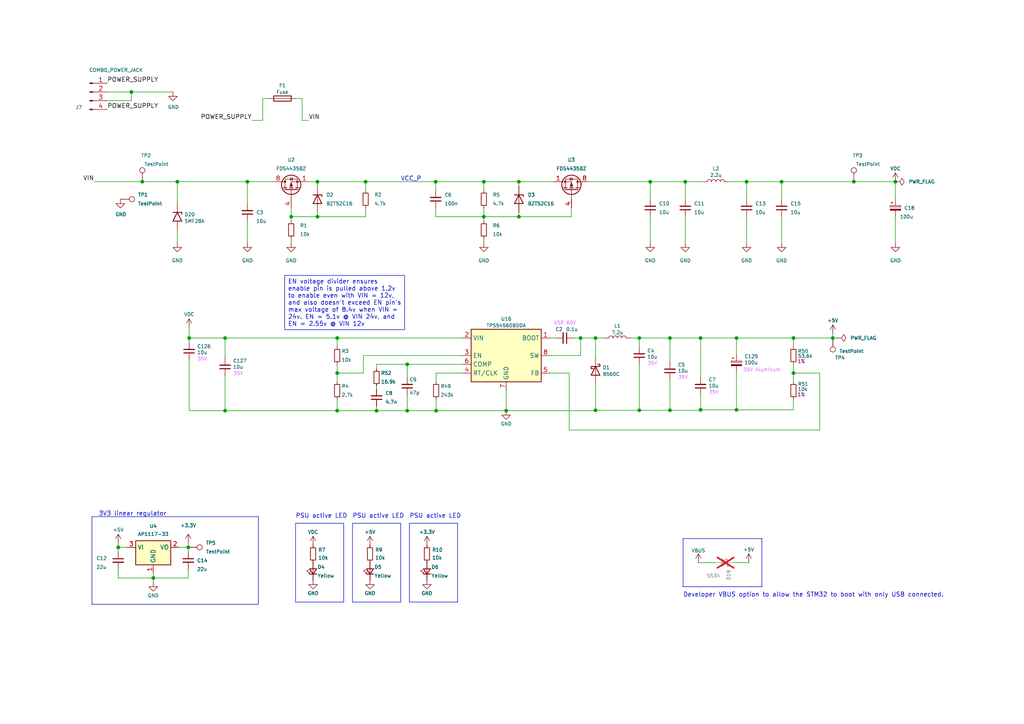
<source format=kicad_sch>
(kicad_sch (version 20230121) (generator eeschema)
  (paper "A4")
  (title_block (title "LumenPnP Motherboard") (date "2023-07-30") (rev "005") (company "Opulo") (comment 1 "Power"))
  (lib_symbols
    (symbol "Connector:Conn_01x04_Male" (pin_names (offset 1.016) hide)
      (property "Reference" "J" (at 0 5.08 0))
      (property "Value" "Conn_01x04_Male" (at 0 -7.62 0))
      (symbol "Conn_01x04_Male_1_1"
        (polyline (pts (xy 1.27 -5.08) (xy 0.8636 -5.08)) (stroke (width 0.1524)))
        (polyline (pts (xy 1.27 -2.54) (xy 0.8636 -2.54)) (stroke (width 0.1524)))
        (polyline (pts (xy 1.27 0) (xy 0.8636 0)) (stroke (width 0.1524)))
        (polyline (pts (xy 1.27 2.54) (xy 0.8636 2.54)) (stroke (width 0.1524)))
        (rectangle (start 0.8636 -4.953) (end 0 -5.207) (stroke (width 0.1524)) (fill (type outline)))
        (rectangle (start 0.8636 -2.413) (end 0 -2.667) (stroke (width 0.1524)) (fill (type outline)))
        (rectangle (start 0.8636 0.127) (end 0 -0.127) (stroke (width 0.1524)) (fill (type outline)))
        (rectangle (start 0.8636 2.667) (end 0 2.413) (stroke (width 0.1524)) (fill (type outline)))
        (pin passive line (at 5.08 2.54 180) (length 3.81) (name "Pin_1") (number "1"))
        (pin passive line (at 5.08 0 180) (length 3.81) (name "Pin_2") (number "2"))
        (pin passive line (at 5.08 -2.54 180) (length 3.81) (name "Pin_3") (number "3"))
        (pin passive line (at 5.08 -5.08 180) (length 3.81) (name "Pin_4") (number "4"))
      )
    )
    (symbol "Connector:TestPoint" (pin_numbers hide) (pin_names (offset 0.762) hide)
      (property "Reference" "TP" (at 0 6.858 0))
      (property "Value" "TestPoint" (at 0 5.08 0))
      (symbol "TestPoint_0_1"
        (circle (center 0 3.302) (radius 0.762))
      )
      (symbol "TestPoint_1_1"
        (pin passive line (at 0 0 90) (length 2.54) (name "1") (number "1"))
      )
    )
    (symbol "Device:C_Polarized_Small" (pin_numbers hide) (pin_names (offset 0.254) hide)
      (property "Reference" "C" (at 0.254 1.778 0))
      (property "Value" "C_Polarized_Small" (at 0.254 -2.032 0))
      (symbol "C_Polarized_Small_0_1"
        (rectangle (start -1.524 -0.3048) (end 1.524 -0.6858) (fill (type outline)))
        (rectangle (start -1.524 0.6858) (end 1.524 0.3048))
        (polyline (pts (xy -1.27 1.524) (xy -0.762 1.524)))
        (polyline (pts (xy -1.016 1.27) (xy -1.016 1.778)))
      )
      (symbol "C_Polarized_Small_1_1"
        (pin passive line (at 0 2.54 270) (length 1.8542) (name "~") (number "1"))
        (pin passive line (at 0 -2.54 90) (length 1.8542) (name "~") (number "2"))
      )
    )
    (symbol "Device:C_Small" (pin_numbers hide) (pin_names (offset 0.254) hide)
      (property "Reference" "C" (at 0.254 1.778 0))
      (property "Value" "C_Small" (at 0.254 -2.032 0))
      (symbol "C_Small_0_1"
        (polyline (pts (xy -1.524 -0.508) (xy 1.524 -0.508)) (stroke (width 0.3302)))
        (polyline (pts (xy -1.524 0.508) (xy 1.524 0.508)) (stroke (width 0.3048)))
      )
      (symbol "C_Small_1_1"
        (pin passive line (at 0 2.54 270) (length 2.032) (name "~") (number "1"))
        (pin passive line (at 0 -2.54 90) (length 2.032) (name "~") (number "2"))
      )
    )
    (symbol "Device:D_Schottky" (pin_numbers hide) (pin_names (offset 1.016) hide)
      (property "Reference" "D" (at 0 2.54 0))
      (property "Value" "D_Schottky" (at 0 -2.54 0))
      (symbol "D_Schottky_0_1"
        (polyline (pts (xy 1.27 0) (xy -1.27 0)))
        (polyline (pts (xy 1.27 1.27) (xy 1.27 -1.27) (xy -1.27 0) (xy 1.27 1.27)) (stroke (width 0.254)))
        (polyline (pts (xy -1.905 0.635) (xy -1.905 1.27) (xy -1.27 1.27) (xy -1.27 -1.27) (xy -0.635 -1.27) (xy -0.635 -0.635)) (stroke (width 0.254)))
      )
      (symbol "D_Schottky_1_1"
        (pin passive line (at -3.81 0 0) (length 2.54) (name "K") (number "1"))
        (pin passive line (at 3.81 0 180) (length 2.54) (name "A") (number "2"))
      )
    )
    (symbol "Device:D_Schottky_Small" (pin_numbers hide) (pin_names (offset 0.254) hide)
      (property "Reference" "D" (at -1.27 2.032 0))
      (property "Value" "D_Schottky_Small" (at -7.112 -2.032 0))
      (symbol "D_Schottky_Small_0_1"
        (polyline (pts (xy -0.762 0) (xy 0.762 0)))
        (polyline (pts (xy 0.762 -1.016) (xy -0.762 0) (xy 0.762 1.016) (xy 0.762 -1.016)) (stroke (width 0.254)))
        (polyline (pts (xy -1.27 0.762) (xy -1.27 1.016) (xy -0.762 1.016) (xy -0.762 -1.016) (xy -0.254 -1.016) (xy -0.254 -0.762)) (stroke (width 0.254)))
      )
      (symbol "D_Schottky_Small_1_1"
        (pin passive line (at -2.54 0 0) (length 1.778) (name "K") (number "1"))
        (pin passive line (at 2.54 0 180) (length 1.778) (name "A") (number "2"))
      )
    )
    (symbol "Device:Fuse" (pin_numbers hide) (pin_names (offset 0))
      (property "Reference" "F" (at 2.032 0 90))
      (property "Value" "Fuse" (at -1.905 0 90))
      (symbol "Fuse_0_1"
        (rectangle (start -0.762 -2.54) (end 0.762 2.54) (stroke (width 0.254)))
        (polyline (pts (xy 0 2.54) (xy 0 -2.54)))
      )
      (symbol "Fuse_1_1"
        (pin passive line (at 0 3.81 270) (length 1.27) (name "~") (number "1"))
        (pin passive line (at 0 -3.81 90) (length 1.27) (name "~") (number "2"))
      )
    )
    (symbol "Device:L" (pin_numbers hide) (pin_names (offset 1.016) hide)
      (property "Reference" "L" (at -1.27 0 90))
      (property "Value" "L" (at 1.905 0 90))
      (symbol "L_0_1"
        (arc (start 0 -2.54) (mid 0.6323 -1.905) (end 0 -1.27))
        (arc (start 0 -1.27) (mid 0.6323 -0.635) (end 0 0))
        (arc (start 0 0) (mid 0.6323 0.635) (end 0 1.27))
        (arc (start 0 1.27) (mid 0.6323 1.905) (end 0 2.54))
      )
      (symbol "L_1_1"
        (pin passive line (at 0 3.81 270) (length 1.27) (name "1") (number "1"))
        (pin passive line (at 0 -3.81 90) (length 1.27) (name "2") (number "2"))
      )
    )
    (symbol "Device:LED_Small" (pin_numbers hide) (pin_names (offset 0.254) hide)
      (property "Reference" "D" (at -1.27 3.175 0))
      (property "Value" "LED_Small" (at -4.445 -2.54 0))
      (symbol "LED_Small_0_1"
        (polyline (pts (xy -0.762 -1.016) (xy -0.762 1.016)) (stroke (width 0.254)))
        (polyline (pts (xy 1.016 0) (xy -0.762 0)))
        (polyline (pts (xy 0.762 -1.016) (xy -0.762 0) (xy 0.762 1.016) (xy 0.762 -1.016)) (stroke (width 0.254)))
        (polyline (pts (xy 0 0.762) (xy -0.508 1.27) (xy -0.254 1.27) (xy -0.508 1.27) (xy -0.508 1.016)))
        (polyline (pts (xy 0.508 1.27) (xy 0 1.778) (xy 0.254 1.778) (xy 0 1.778) (xy 0 1.524)))
      )
      (symbol "LED_Small_1_1"
        (pin passive line (at -2.54 0 0) (length 1.778) (name "K") (number "1"))
        (pin passive line (at 2.54 0 180) (length 1.778) (name "A") (number "2"))
      )
    )
    (symbol "Device:R_Small" (pin_numbers hide) (pin_names (offset 0.254) hide)
      (property "Reference" "R" (at 0.762 0.508 0))
      (property "Value" "R_Small" (at 0.762 -1.016 0))
      (symbol "R_Small_0_1"
        (rectangle (start -0.762 1.778) (end 0.762 -1.778) (stroke (width 0.2032)))
      )
      (symbol "R_Small_1_1"
        (pin passive line (at 0 2.54 270) (length 0.762) (name "~") (number "1"))
        (pin passive line (at 0 -2.54 90) (length 0.762) (name "~") (number "2"))
      )
    )
    (symbol "Diode:BZT52Bxx" (pin_numbers hide) (pin_names hide)
      (property "Reference" "D" (at 0 2.54 0))
      (property "Value" "BZT52Bxx" (at 0 -2.54 0))
      (symbol "BZT52Bxx_0_1"
        (polyline (pts (xy 1.27 0) (xy -1.27 0)))
        (polyline (pts (xy -1.27 -1.27) (xy -1.27 1.27) (xy -0.762 1.27)) (stroke (width 0.254)))
        (polyline (pts (xy 1.27 -1.27) (xy 1.27 1.27) (xy -1.27 0) (xy 1.27 -1.27)) (stroke (width 0.254)))
      )
      (symbol "BZT52Bxx_1_1"
        (pin passive line (at -3.81 0 0) (length 2.54) (name "K") (number "1"))
        (pin passive line (at 3.81 0 180) (length 2.54) (name "A") (number "2"))
      )
    )
    (symbol "Diode:SMF28A" (pin_numbers hide) (pin_names (offset 1.016) hide)
      (property "Reference" "D" (at 0 2.54 0))
      (property "Value" "SMF28A" (at 0 -2.54 0))
      (symbol "SMF28A_0_1"
        (polyline (pts (xy -0.762 1.27) (xy -1.27 1.27) (xy -1.27 -1.27)) (stroke (width 0.254)))
        (polyline (pts (xy 1.27 1.27) (xy 1.27 -1.27) (xy -1.27 0) (xy 1.27 1.27)) (stroke (width 0.254)))
      )
      (symbol "SMF28A_1_1"
        (pin passive line (at -3.81 0 0) (length 2.54) (name "A1") (number "1"))
        (pin passive line (at 3.81 0 180) (length 2.54) (name "A2") (number "2"))
      )
    )
    (symbol "Regulator_Linear:AP1117-33"
      (property "Reference" "U" (at -3.81 3.175 0))
      (property "Value" "AP1117-33" (at 0 3.175 0))
      (symbol "AP1117-33_0_1"
        (rectangle (start -5.08 -5.08) (end 5.08 1.905) (stroke (width 0.254)) (fill (type background)))
      )
      (symbol "AP1117-33_1_1"
        (pin power_in line (at 0 -7.62 90) (length 2.54) (name "GND") (number "1"))
        (pin power_out line (at 7.62 0 180) (length 2.54) (name "VO") (number "2"))
        (pin power_in line (at -7.62 0 0) (length 2.54) (name "VI") (number "3"))
      )
    )
    (symbol "Regulator_Switching:TPS54560BDDA"
      (property "Reference" "U" (at -6.35 8.89 0))
      (property "Value" "TPS54560BDDA" (at 10.16 8.89 0))
      (symbol "TPS54560BDDA_0_1"
        (rectangle (start -10.16 7.62) (end 10.16 -7.62) (stroke (width 0.254)) (fill (type background)))
      )
      (symbol "TPS54560BDDA_1_1"
        (pin passive line (at 12.7 5.08 180) (length 2.54) (name "BOOT") (number "1"))
        (pin power_in line (at -12.7 5.08 0) (length 2.54) (name "VIN") (number "2"))
        (pin input line (at -12.7 0 0) (length 2.54) (name "EN") (number "3"))
        (pin passive line (at -12.7 -5.08 0) (length 2.54) (name "RT/CLK") (number "4"))
        (pin input line (at 12.7 -5.08 180) (length 2.54) (name "FB") (number "5"))
        (pin output line (at -12.7 -2.54 0) (length 2.54) (name "COMP") (number "6"))
        (pin power_in line (at 0 -10.16 90) (length 2.54) (name "GND") (number "7"))
        (pin power_out line (at 12.7 0 180) (length 2.54) (name "SW") (number "8"))
        (pin passive line (at 0 -10.16 90) (length 2.54) hide (name "GND") (number "9"))
      )
    )
    (symbol "index:FDS4435BZ" (pin_names hide)
      (property "Reference" "Q" (at 5.08 1.905 0))
      (property "Value" "FDS4435BZ" (at 5.08 0 0))
      (symbol "FDS4435BZ_0_1"
        (polyline (pts (xy 0.254 0) (xy -2.54 0)))
        (polyline (pts (xy 0.254 1.905) (xy 0.254 -1.905)) (stroke (width 0.254)))
        (polyline (pts (xy 0.762 -1.27) (xy 0.762 -2.286)) (stroke (width 0.254)))
        (polyline (pts (xy 0.762 0.508) (xy 0.762 -0.508)) (stroke (width 0.254)))
        (polyline (pts (xy 0.762 2.286) (xy 0.762 1.27)) (stroke (width 0.254)))
        (polyline (pts (xy 2.54 2.54) (xy 2.54 1.778)))
        (polyline (pts (xy 2.54 -2.54) (xy 2.54 0) (xy 0.762 0)))
        (polyline (pts (xy 0.762 1.778) (xy 3.302 1.778) (xy 3.302 -1.778) (xy 0.762 -1.778)))
        (polyline (pts (xy 2.286 0) (xy 1.27 0.381) (xy 1.27 -0.381) (xy 2.286 0)) (fill (type outline)))
        (polyline (pts (xy 2.794 -0.508) (xy 2.921 -0.381) (xy 3.683 -0.381) (xy 3.81 -0.254)))
        (polyline (pts (xy 3.302 -0.381) (xy 2.921 0.254) (xy 3.683 0.254) (xy 3.302 -0.381)))
        (circle (center 1.651 0) (radius 2.794) (stroke (width 0.254)))
        (circle (center 2.54 -1.778) (radius 0.254) (fill (type outline)))
        (circle (center 2.54 1.778) (radius 0.254) (fill (type outline)))
      )
      (symbol "FDS4435BZ_1_1"
        (pin passive line (at 2.54 -5.08 90) (length 2.54) (name "S") (number "1"))
        (pin passive line (at 2.54 -5.08 90) (length 2.54) hide (name "S") (number "2"))
        (pin passive line (at 2.54 -5.08 90) (length 2.54) hide (name "S") (number "3"))
        (pin passive line (at -5.08 0 0) (length 2.54) (name "G") (number "4"))
        (pin passive line (at 2.54 5.08 270) (length 2.54) hide (name "D") (number "5"))
        (pin passive line (at 2.54 5.08 270) (length 2.54) hide (name "D") (number "6"))
        (pin passive line (at 2.54 5.08 270) (length 2.54) hide (name "D") (number "7"))
        (pin passive line (at 2.54 5.08 270) (length 2.54) (name "D") (number "8"))
      )
    )
    (symbol "power:+3.3V" (power) (pin_names (offset 0))
      (property "Value" "+3.3V" (at 0 3.556 0))
      (symbol "+3.3V_0_1"
        (polyline (pts (xy -0.762 1.27) (xy 0 2.54)))
        (polyline (pts (xy 0 0) (xy 0 2.54)))
        (polyline (pts (xy 0 2.54) (xy 0.762 1.27)))
      )
      (symbol "+3.3V_1_1"
        (pin power_in line (at 0 0 90) (length 0) hide (name "+3.3V") (number "1"))
      )
    )
    (symbol "power:+5V" (power) (pin_names (offset 0))
      (property "Value" "+5V" (at 0 3.556 0))
      (symbol "+5V_0_1"
        (polyline (pts (xy -0.762 1.27) (xy 0 2.54)))
        (polyline (pts (xy 0 0) (xy 0 2.54)))
        (polyline (pts (xy 0 2.54) (xy 0.762 1.27)))
      )
      (symbol "+5V_1_1"
        (pin power_in line (at 0 0 90) (length 0) hide (name "+5V") (number "1"))
      )
    )
    (symbol "power:GND" (power) (pin_names (offset 0))
      (property "Value" "GND" (at 0 -3.81 0))
      (symbol "GND_0_1"
        (polyline (pts (xy 0 0) (xy 0 -1.27) (xy 1.27 -1.27) (xy 0 -2.54) (xy -1.27 -1.27) (xy 0 -1.27)))
      )
      (symbol "GND_1_1"
        (pin power_in line (at 0 0 270) (length 0) hide (name "GND") (number "1"))
      )
    )
    (symbol "power:PWR_FLAG" (power) (pin_numbers hide) (pin_names (offset 0) hide)
      (property "Value" "PWR_FLAG" (at 0 3.81 0))
      (symbol "PWR_FLAG_0_0"
        (pin power_out line (at 0 0 90) (length 0) (name "pwr") (number "1"))
      )
      (symbol "PWR_FLAG_0_1"
        (polyline (pts (xy 0 0) (xy 0 1.27) (xy -1.016 1.905) (xy 0 2.54) (xy 1.016 1.905) (xy 0 1.27)))
      )
    )
    (symbol "power:VBUS" (power) (pin_names (offset 0))
      (property "Value" "VBUS" (at 0 3.81 0))
      (symbol "VBUS_0_1"
        (polyline (pts (xy -0.762 1.27) (xy 0 2.54)))
        (polyline (pts (xy 0 0) (xy 0 2.54)))
        (polyline (pts (xy 0 2.54) (xy 0.762 1.27)))
      )
      (symbol "VBUS_1_1"
        (pin power_in line (at 0 0 90) (length 0) hide (name "VBUS") (number "1"))
      )
    )
    (symbol "power:VDC" (power) (pin_names (offset 0))
      (property "Value" "VDC" (at 0 6.35 0))
      (symbol "VDC_0_1"
        (polyline (pts (xy -0.762 1.27) (xy 0 2.54)))
        (polyline (pts (xy 0 0) (xy 0 2.54)))
        (polyline (pts (xy 0 2.54) (xy 0.762 1.27)))
      )
      (symbol "VDC_1_1"
        (pin power_in line (at 0 0 90) (length 0) hide (name "VDC") (number "1"))
      )
    )
  )
  (junction (at 185.42 98.044))
  (junction (at 150.495 62.865))
  (junction (at 213.614 98.044))
  (junction (at 106.045 52.705))
  (junction (at 213.614 118.872))
  (junction (at 168.402 98.044))
  (junction (at 172.72 98.044))
  (junction (at 84.455 62.865))
  (junction (at 185.42 118.999))
  (junction (at 146.812 119.126))
  (junction (at 203.2 118.872))
  (junction (at 65.278 119.126))
  (junction (at 241.554 98.044))
  (junction (at 118.11 119.126))
  (junction (at 44.45 167.64))
  (junction (at 118.11 105.664))
  (junction (at 97.79 98.044))
  (junction (at 65.278 98.044))
  (junction (at 140.335 62.865))
  (junction (at 109.22 119.126))
  (junction (at 150.495 52.705))
  (junction (at 34.29 158.75))
  (junction (at 188.595 52.705))
  (junction (at 194.31 118.999))
  (junction (at 97.79 108.204))
  (junction (at 38.1 26.67))
  (junction (at 54.61 158.75))
  (junction (at 140.335 52.705))
  (junction (at 230.124 108.204))
  (junction (at 97.79 119.126))
  (junction (at 230.124 98.044))
  (junction (at 198.755 52.705))
  (junction (at 54.864 98.044))
  (junction (at 41.275 52.705))
  (junction (at 226.695 52.705))
  (junction (at 216.535 52.705))
  (junction (at 92.075 52.705))
  (junction (at 203.2 98.044))
  (junction (at 194.31 98.044))
  (junction (at 126.492 119.126))
  (junction (at 247.65 52.705))
  (junction (at 259.715 52.705))
  (junction (at 51.435 52.705))
  (junction (at 71.755 52.705))
  (junction (at 126.365 52.705))
  (junction (at 172.72 118.999))
  (junction (at 92.075 62.865))
  (wire (pts (xy 198.755 62.865) (xy 198.755 70.485)))
  (polyline (pts (xy 102.235 151.765) (xy 116.205 151.765)))
  (wire (pts (xy 226.695 57.785) (xy 226.695 52.705)))
  (wire (pts (xy 247.65 52.705) (xy 259.715 52.705)))
  (polyline (pts (xy 74.93 175.26) (xy 26.67 175.26)))
  (wire (pts (xy 165.1 108.204) (xy 165.1 124.714)))
  (wire (pts (xy 203.2 118.999) (xy 194.31 118.999)))
  (wire (pts (xy 140.335 62.865) (xy 140.335 64.135)))
  (wire (pts (xy 203.2 114.554) (xy 203.2 118.872)))
  (polyline (pts (xy 26.67 149.86) (xy 74.93 149.86)))
  (wire (pts (xy 65.278 119.126) (xy 97.79 119.126)))
  (polyline (pts (xy 132.715 151.765) (xy 132.715 174.625)))
  (wire (pts (xy 185.42 105.664) (xy 185.42 118.999)))
  (polyline (pts (xy 116.205 151.765) (xy 116.205 174.625)))
  (wire (pts (xy 226.695 52.705) (xy 247.65 52.705)))
  (wire (pts (xy 230.124 118.872) (xy 213.614 118.872)))
  (wire (pts (xy 84.455 62.865) (xy 84.455 64.135)))
  (wire (pts (xy 87.63 28.575) (xy 87.63 34.925)))
  (wire (pts (xy 230.124 115.824) (xy 230.124 118.872)))
  (wire (pts (xy 150.495 61.595) (xy 150.495 62.865)))
  (wire (pts (xy 92.075 61.595) (xy 92.075 62.865)))
  (wire (pts (xy 97.79 105.664) (xy 97.79 108.204)))
  (wire (pts (xy 242.824 98.044) (xy 241.554 98.044)))
  (polyline (pts (xy 220.98 156.21) (xy 220.98 170.18)))
  (wire (pts (xy 140.335 52.705) (xy 150.495 52.705)))
  (wire (pts (xy 92.075 62.865) (xy 84.455 62.865)))
  (wire (pts (xy 194.31 110.109) (xy 194.31 118.999)))
  (wire (pts (xy 126.365 52.705) (xy 140.335 52.705)))
  (wire (pts (xy 188.595 52.705) (xy 198.755 52.705)))
  (wire (pts (xy 92.075 52.705) (xy 92.075 53.975)))
  (wire (pts (xy 109.22 105.664) (xy 109.22 106.934)))
  (wire (pts (xy 106.045 60.325) (xy 106.045 62.865)))
  (wire (pts (xy 51.435 52.705) (xy 71.755 52.705)))
  (polyline (pts (xy 198.12 156.21) (xy 198.12 170.18)))
  (wire (pts (xy 185.42 98.044) (xy 185.42 100.584)))
  (wire (pts (xy 65.278 108.966) (xy 65.278 119.126)))
  (wire (pts (xy 126.492 108.204) (xy 126.492 110.744)))
  (wire (pts (xy 89.535 52.705) (xy 92.075 52.705)))
  (wire (pts (xy 126.365 62.865) (xy 140.335 62.865)))
  (wire (pts (xy 202.565 163.195) (xy 207.645 163.195)))
  (wire (pts (xy 159.512 108.204) (xy 165.1 108.204)))
  (wire (pts (xy 146.812 113.284) (xy 146.812 119.126)))
  (wire (pts (xy 150.495 52.705) (xy 160.655 52.705)))
  (wire (pts (xy 259.715 70.485) (xy 259.715 62.865)))
  (wire (pts (xy 140.335 62.865) (xy 150.495 62.865)))
  (wire (pts (xy 118.11 105.664) (xy 109.22 105.664)))
  (wire (pts (xy 172.72 118.999) (xy 172.72 119.126)))
  (wire (pts (xy 146.812 119.126) (xy 172.72 119.126)))
  (wire (pts (xy 194.31 118.999) (xy 185.42 118.999)))
  (wire (pts (xy 31.115 29.21) (xy 38.1 29.21)))
  (wire (pts (xy 97.79 98.044) (xy 134.112 98.044)))
  (wire (pts (xy 126.492 119.126) (xy 146.812 119.126)))
  (wire (pts (xy 97.79 115.824) (xy 97.79 119.126)))
  (wire (pts (xy 203.2 98.044) (xy 203.2 109.474)))
  (wire (pts (xy 34.29 165.1) (xy 34.29 167.64)))
  (wire (pts (xy 34.29 160.02) (xy 34.29 158.75)))
  (wire (pts (xy 54.864 94.996) (xy 54.864 98.044)))
  (wire (pts (xy 259.715 57.785) (xy 259.715 52.705)))
  (wire (pts (xy 213.614 118.872) (xy 203.2 118.872)))
  (wire (pts (xy 159.512 98.044) (xy 161.29 98.044)))
  (wire (pts (xy 27.305 52.705) (xy 41.275 52.705)))
  (wire (pts (xy 185.42 98.044) (xy 194.31 98.044)))
  (wire (pts (xy 54.864 104.394) (xy 54.864 119.126)))
  (wire (pts (xy 34.29 167.64) (xy 44.45 167.64)))
  (wire (pts (xy 106.045 52.705) (xy 126.365 52.705)))
  (polyline (pts (xy 26.67 149.86) (xy 26.67 175.26)))
  (wire (pts (xy 97.79 119.126) (xy 109.22 119.126)))
  (wire (pts (xy 34.29 157.48) (xy 34.29 158.75)))
  (wire (pts (xy 140.335 52.705) (xy 140.335 55.245)))
  (wire (pts (xy 230.124 98.044) (xy 241.554 98.044)))
  (polyline (pts (xy 116.205 174.625) (xy 102.235 174.625)))
  (wire (pts (xy 105.41 103.124) (xy 134.112 103.124)))
  (wire (pts (xy 188.595 52.705) (xy 188.595 57.785)))
  (wire (pts (xy 73.025 34.925) (xy 76.2 34.925)))
  (wire (pts (xy 118.11 114.554) (xy 118.11 119.126)))
  (wire (pts (xy 198.755 52.705) (xy 203.835 52.705)))
  (wire (pts (xy 126.492 108.204) (xy 134.112 108.204)))
  (wire (pts (xy 194.31 98.044) (xy 194.31 105.029)))
  (wire (pts (xy 237.744 124.714) (xy 165.1 124.714)))
  (wire (pts (xy 172.72 111.379) (xy 172.72 118.999)))
  (wire (pts (xy 44.45 167.64) (xy 44.45 168.91)))
  (wire (pts (xy 65.278 98.044) (xy 65.278 103.886)))
  (wire (pts (xy 54.61 165.1) (xy 54.61 167.64)))
  (wire (pts (xy 150.495 53.975) (xy 150.495 52.705)))
  (wire (pts (xy 168.402 98.044) (xy 172.72 98.044)))
  (wire (pts (xy 212.725 163.195) (xy 217.17 163.195)))
  (polyline (pts (xy 99.695 151.765) (xy 99.695 174.625)))
  (wire (pts (xy 230.124 98.044) (xy 230.124 100.584)))
  (wire (pts (xy 165.735 60.325) (xy 165.735 62.865)))
  (wire (pts (xy 54.61 157.48) (xy 54.61 158.75)))
  (wire (pts (xy 140.335 69.215) (xy 140.335 70.485)))
  (wire (pts (xy 38.1 26.67) (xy 38.1 29.21)))
  (wire (pts (xy 230.124 108.204) (xy 230.124 110.744)))
  (wire (pts (xy 241.554 96.774) (xy 241.554 98.044)))
  (wire (pts (xy 38.1 26.67) (xy 50.165 26.67)))
  (wire (pts (xy 198.755 57.785) (xy 198.755 52.705)))
  (wire (pts (xy 230.124 105.664) (xy 230.124 108.204)))
  (wire (pts (xy 87.63 28.575) (xy 85.725 28.575)))
  (wire (pts (xy 168.402 103.124) (xy 168.402 98.044)))
  (wire (pts (xy 126.365 52.705) (xy 126.365 55.245)))
  (wire (pts (xy 105.41 108.204) (xy 105.41 103.124)))
  (wire (pts (xy 31.115 26.67) (xy 38.1 26.67)))
  (polyline (pts (xy 132.715 174.625) (xy 118.745 174.625)))
  (polyline (pts (xy 99.695 174.625) (xy 85.725 174.625)))
  (polyline (pts (xy 102.235 151.765) (xy 102.235 174.625)))
  (wire (pts (xy 126.365 60.325) (xy 126.365 62.865)))
  (wire (pts (xy 106.045 52.705) (xy 106.045 55.245)))
  (wire (pts (xy 216.535 62.865) (xy 216.535 70.485)))
  (wire (pts (xy 54.864 119.126) (xy 65.278 119.126)))
  (wire (pts (xy 84.455 69.215) (xy 84.455 70.485)))
  (wire (pts (xy 71.755 64.135) (xy 71.755 70.485)))
  (wire (pts (xy 106.045 62.865) (xy 92.075 62.865)))
  (wire (pts (xy 34.29 158.75) (xy 36.83 158.75)))
  (polyline (pts (xy 198.12 156.21) (xy 220.98 156.21)))
  (wire (pts (xy 109.22 112.014) (xy 109.22 112.776)))
  (wire (pts (xy 54.864 98.044) (xy 54.864 99.314)))
  (wire (pts (xy 54.61 167.64) (xy 44.45 167.64)))
  (wire (pts (xy 216.535 52.705) (xy 216.535 57.785)))
  (polyline (pts (xy 118.745 151.765) (xy 118.745 174.625)))
  (wire (pts (xy 188.595 62.865) (xy 188.595 70.485)))
  (polyline (pts (xy 74.93 149.86) (xy 74.93 175.26)))
  (wire (pts (xy 118.11 105.664) (xy 118.11 109.474)))
  (wire (pts (xy 52.07 158.75) (xy 54.61 158.75)))
  (wire (pts (xy 51.435 52.705) (xy 51.435 59.055)))
  (wire (pts (xy 203.2 118.872) (xy 203.2 118.999)))
  (wire (pts (xy 185.42 118.999) (xy 172.72 118.999)))
  (wire (pts (xy 182.88 98.044) (xy 185.42 98.044)))
  (wire (pts (xy 97.79 98.044) (xy 97.79 100.584)))
  (wire (pts (xy 54.864 98.044) (xy 65.278 98.044)))
  (wire (pts (xy 109.22 119.126) (xy 118.11 119.126)))
  (wire (pts (xy 44.45 166.37) (xy 44.45 167.64)))
  (wire (pts (xy 126.492 115.824) (xy 126.492 119.126)))
  (wire (pts (xy 203.2 98.044) (xy 213.614 98.044)))
  (wire (pts (xy 97.79 108.204) (xy 97.79 110.744)))
  (wire (pts (xy 172.72 103.759) (xy 172.72 98.044)))
  (polyline (pts (xy 198.12 170.18) (xy 220.98 170.18)))
  (wire (pts (xy 140.335 62.865) (xy 140.335 60.325)))
  (polyline (pts (xy 85.725 151.765) (xy 85.725 174.625)))
  (wire (pts (xy 118.11 119.126) (xy 126.492 119.126)))
  (wire (pts (xy 118.11 105.664) (xy 134.112 105.664)))
  (wire (pts (xy 87.63 34.925) (xy 89.535 34.925)))
  (wire (pts (xy 194.31 98.044) (xy 203.2 98.044)))
  (wire (pts (xy 211.455 52.705) (xy 216.535 52.705)))
  (wire (pts (xy 41.275 52.705) (xy 51.435 52.705)))
  (wire (pts (xy 170.815 52.705) (xy 188.595 52.705)))
  (wire (pts (xy 166.37 98.044) (xy 168.402 98.044)))
  (wire (pts (xy 230.124 108.204) (xy 237.744 108.204)))
  (wire (pts (xy 237.744 108.204) (xy 237.744 124.714)))
  (polyline (pts (xy 85.725 151.765) (xy 99.695 151.765)))
  (wire (pts (xy 213.614 98.044) (xy 213.614 102.87)))
  (wire (pts (xy 84.455 60.325) (xy 84.455 62.865)))
  (wire (pts (xy 165.735 62.865) (xy 150.495 62.865)))
  (wire (pts (xy 54.61 160.02) (xy 54.61 158.75)))
  (wire (pts (xy 97.79 108.204) (xy 105.41 108.204)))
  (wire (pts (xy 71.755 59.055) (xy 71.755 52.705)))
  (wire (pts (xy 213.614 98.044) (xy 230.124 98.044)))
  (wire (pts (xy 92.075 52.705) (xy 106.045 52.705)))
  (wire (pts (xy 71.755 52.705) (xy 79.375 52.705)))
  (wire (pts (xy 216.535 52.705) (xy 226.695 52.705)))
  (wire (pts (xy 51.435 66.675) (xy 51.435 70.485)))
  (wire (pts (xy 159.512 103.124) (xy 168.402 103.124)))
  (wire (pts (xy 226.695 62.865) (xy 226.695 70.485)))
  (wire (pts (xy 109.22 117.856) (xy 109.22 119.126)))
  (wire (pts (xy 172.72 98.044) (xy 175.26 98.044)))
  (wire (pts (xy 65.278 98.044) (xy 97.79 98.044)))
  (wire (pts (xy 76.2 28.575) (xy 78.105 28.575)))
  (polyline (pts (xy 118.745 151.765) (xy 132.715 151.765)))
  (wire (pts (xy 213.614 107.95) (xy 213.614 118.872)))
  (wire (pts (xy 76.2 28.575) (xy 76.2 34.925)))
  (text_box "EN voltage divider ensures enable pin is pulled above 1.2v to enable even with VIN = 12v, and also doesn't exceed EN pin's max voltage of 8.4v when VIN = 24v. EN = 5.1v @ VIN 24v, and EN = 2.55v @ VIN 12v" (at 82.55 79.883 0) (size 34.798 15.748) (effects (font (size 1.27 1.27)) (justify left top)))
  (text "PSU active LED" (at 102.235 150.495 0) (effects (font (size 1.27 1.27)) (justify left bottom)))
  (text "VCC_P" (at 116.205 52.705 0) (effects (font (size 1.27 1.27)) (justify left bottom)))
  (text "PSU active LED" (at 118.745 150.495 0) (effects (font (size 1.27 1.27)) (justify left bottom)))
  (text "3V3 linear regulator" (at 28.575 149.86 0) (effects (font (size 1.27 1.27)) (justify left bottom)))
  (text "PSU active LED" (at 85.725 150.495 0) (effects (font (size 1.27 1.27)) (justify left bottom)))
  (text "Developer VBUS option to allow the STM32 to boot with only USB connected." (at 198.12 173.355 0) (effects (font (size 1.27 1.27)) (justify left bottom)))
  (label "POWER_SUPPLY" (at 31.115 31.75 0))
  (label "VIN" (at 27.305 52.705 180))
  (label "POWER_SUPPLY" (at 31.115 24.13 0))
  (label "POWER_SUPPLY" (at 73.025 34.925 180))
  (label "VIN" (at 89.535 34.925 0))
  (symbol (lib_id "Regulator_Linear:AP1117-33") (at 44.45 158.75 0) (unit 1)
    (property "Reference" "U4" (at 44.45 152.6032 0) (effects (font (size 1 1))))
    (property "Value" "AP1117-33" (at 44.45 154.9146 0) (effects (font (size 1 1))))
    (property "Footprint" "Package_TO_SOT_SMD:SOT-223-3_TabPin2" (effects hide))
    (property "Datasheet" "http://www.diodes.com/datasheets/AP1117.pdf" (effects hide))
    (property "JLCPCB" "C108785" (effects hide))
    (property "LCSC" "C108785" (effects hide))
    (property "Digikey" "ZLDO1117G33DICT-ND" (effects hide))
    (property "Mouser" "522-ZLDO1117G33TA" (effects hide))
  )
  (symbol (lib_id "power:GND") (at 44.45 168.91 0) (unit 1)
    (property "Reference" "#PWR021" (effects hide))
    (property "Value" "GND" (at 44.45 172.72 0) (effects (font (size 1 1))))
  )
  (symbol (lib_id "power:+5V") (at 34.29 157.48 0) (unit 1)
    (property "Reference" "#PWR020" (effects hide))
    (property "Value" "+5V" (at 34.29 153.67 0) (effects (font (size 1 1))))
  )
  (symbol (lib_id "Device:LED_Small") (at 123.825 165.735 90) (unit 1)
    (property "Reference" "D6" (at 125.095 164.465 90) (effects (font (size 1 1)) (justify right)))
    (property "Value" "Yellow" (at 125.095 167.005 90) (effects (font (size 1 1)) (justify right)))
    (property "Footprint" "LED_SMD:LED_0805_2012Metric" (effects hide))
    (property "Digikey" "732-4987-1-ND" (effects hide))
    (property "JLCPCB" "C2296" (effects hide))
    (property "LCSC" "C779458" (effects hide))
    (property "Mouser" "710-150080YS75000" (effects hide))
    (property "Notes" "20mA" (effects hide))
  )
  (symbol (lib_id "Device:R_Small") (at 123.825 160.655 0) (unit 1)
    (property "Reference" "R10" (at 125.3236 159.4866 0) (effects (font (size 1 1)) (justify left)))
    (property "Value" "10k" (at 125.3236 161.798 0) (effects (font (size 1 1)) (justify left)))
    (property "Footprint" "Resistor_SMD:R_0805_2012Metric" (effects hide))
    (property "Digikey" "RMCF0805FT10K0CT-ND" (effects hide))
    (property "JLCPCB" "C17414" (effects hide))
    (property "LCSC" "C17414" (effects hide))
    (property "Mouser" "71-CRCW080510K0FKEAC" (effects hide))
  )
  (symbol (lib_id "power:GND") (at 123.825 168.275 0) (unit 1)
    (property "Reference" "#PWR028" (effects hide))
    (property "Value" "GND" (at 123.825 172.085 0) (effects (font (size 1 1))))
  )
  (symbol (lib_id "index:FDS4435BZ") (at 84.455 55.245 90) (unit 1)
    (property "Reference" "U2" (at 84.455 46.355 90) (effects (font (size 1 1))))
    (property "Value" "FDS4435BZ" (at 84.455 48.895 90) (effects (font (size 1 1))))
    (property "Footprint" "Package_SO:SO-8_3.9x4.9mm_P1.27mm" (effects hide))
    (property "JLCPCB" "C23931" (effects hide))
    (property "LCSC" "C23931" (effects hide))
    (property "Digikey" "FDS4435BZCT-ND" (effects hide))
    (property "Mouser" "512-FDS4435BZ" (effects hide))
    (property "Notes" "30V/8A" (effects hide))
  )
  (symbol (lib_id "power:VDC") (at 54.864 94.996 0) (unit 1)
    (property "Reference" "#PWR03" (effects hide))
    (property "Value" "VDC" (at 54.864 91.186 0) (effects (font (size 1 1))))
  )
  (symbol (lib_id "Device:C_Small") (at 54.61 162.56 0) (unit 1)
    (property "Reference" "C14" (at 57.15 162.56 0) (effects (font (size 1 1)) (justify left)))
    (property "Value" "22u" (at 57.15 165.1 0) (effects (font (size 1 1)) (justify left)))
    (property "Footprint" "Capacitor_SMD:C_0805_2012Metric" (effects hide))
    (property "JLCPCB" "C1729" (effects hide))
    (property "LCSC" "C107147" (effects hide))
    (property "Digikey" "490-18663-1-ND" (effects hide))
    (property "Mouser" "81-GRM21BR61H106KE3L" (effects hide))
    (property "Notes" "6.3V" (effects hide))
  )
  (symbol (lib_id "power:PWR_FLAG") (at 242.824 98.044 270) (unit 1)
    (property "Reference" "#FLG01" (effects hide))
    (property "Value" "PWR_FLAG" (at 250.444 98.044 90) (effects (font (size 1 1))))
  )
  (symbol (lib_id "Connector:TestPoint") (at 41.275 52.705 0) (mirror y) (unit 1)
    (property "Reference" "TP2" (at 43.815 45.085 0) (effects (font (size 1 1)) (justify left)))
    (property "Value" "TestPoint" (at 48.895 47.625 0) (effects (font (size 1 1)) (justify left)))
    (property "Footprint" "TestPoint:TestPoint_Pad_D2.0mm" (effects hide))
  )
  (symbol (lib_id "Connector:TestPoint") (at 241.554 98.044 0) (mirror x) (unit 1)
    (property "Reference" "TP4" (at 242.189 103.759 0) (effects (font (size 1 1)) (justify left)))
    (property "Value" "TestPoint" (at 243.459 101.854 0) (effects (font (size 1 1)) (justify left)))
    (property "Footprint" "TestPoint:TestPoint_Pad_D2.0mm" (effects hide))
  )
  (symbol (lib_id "Connector:TestPoint") (at 54.61 158.75 270) (mirror x) (unit 1)
    (property "Reference" "TP5" (at 59.69 157.48 90) (effects (font (size 1 1)) (justify left)))
    (property "Value" "TestPoint" (at 59.69 160.02 90) (effects (font (size 1 1)) (justify left)))
    (property "Footprint" "TestPoint:TestPoint_Pad_D2.0mm" (effects hide))
  )
  (symbol (lib_id "Connector:TestPoint") (at 34.925 57.785 270) (mirror x) (unit 1)
    (property "Reference" "TP1" (at 40.005 56.515 90) (effects (font (size 1 1)) (justify left)))
    (property "Value" "TestPoint" (at 40.005 59.055 90) (effects (font (size 1 1)) (justify left)))
    (property "Footprint" "TestPoint:TestPoint_Pad_D2.0mm" (effects hide))
  )
  (symbol (lib_id "Device:R_Small") (at 140.335 66.675 0) (unit 1)
    (property "Reference" "R6" (at 142.875 65.405 0) (effects (font (size 1 1)) (justify left)))
    (property "Value" "10k" (at 142.875 67.945 0) (effects (font (size 1 1)) (justify left)))
    (property "Footprint" "Resistor_SMD:R_0805_2012Metric" (effects hide))
    (property "JLCPCB" "C17414" (effects hide))
    (property "LCSC" "C17414" (effects hide))
  )
  (symbol (lib_id "Device:Fuse") (at 81.915 28.575 90) (unit 1)
    (property "Reference" "F1" (at 81.915 24.8031 90) (effects (font (size 1 1))))
    (property "Value" "Fuse" (at 81.915 26.7241 90) (effects (font (size 1 1))))
    (property "Footprint" "Fuse:Fuseholder_Littelfuse_Nano2_154x" (effects hide))
    (property "Datasheet" "https://www.littelfuse.com/products/fuse-blocks-fuseholders-and-fuse-accessories/fuse-blocks/154/154005_dr.aspx" (effects hide))
  )
  (symbol (lib_id "Device:C_Polarized_Small") (at 213.614 105.41 0) (unit 1)
    (property "Reference" "C125" (at 215.9 103.378 0) (effects (font (size 1 1)) (justify left)))
    (property "Value" "100u" (at 215.9 105.156 0) (effects (font (size 1 1)) (justify left)))
    (property "Footprint" "Capacitor_SMD:CP_Elec_6.3x7.7" (effects hide))
    (property "Digikey" "493-2203-1-ND" (effects hide))
    (property "JLCPCB" "C3339" (effects hide))
    (property "LCSC" "C3339" (effects hide))
    (property "Mouser" "647-UWT1V101MCL1S" (effects hide))
    (property "Notes" "35V Aluminum" (at 220.98 107.188 0) (effects (font (size 1 1))))
  )
  (symbol (lib_id "Device:R_Small") (at 97.79 113.284 0) (unit 1)
    (property "Reference" "R4" (at 99.06 112.014 0) (effects (font (size 1 1)) (justify left)))
    (property "Value" "2.7k" (at 99.06 114.554 0) (effects (font (size 1 1)) (justify left)))
    (property "Footprint" "Resistor_SMD:R_0805_2012Metric" (effects hide))
    (property "JLCPCB" "C17414" (effects hide))
    (property "LCSC" "C17414" (effects hide))
  )
  (symbol (lib_id "power:GND") (at 259.715 70.485 0) (unit 1)
    (property "Reference" "#PWR032" (effects hide))
    (property "Value" "GND" (at 259.715 75.565 0) (effects (font (size 1 1))))
  )
  (symbol (lib_id "power:GND") (at 140.335 70.485 0) (unit 1)
    (property "Reference" "#PWR012" (effects hide))
    (property "Value" "GND" (at 140.335 75.565 0) (effects (font (size 1 1))))
  )
  (symbol (lib_id "power:GND") (at 198.755 70.485 0) (unit 1)
    (property "Reference" "#PWR017" (effects hide))
    (property "Value" "GND" (at 198.755 75.565 0) (effects (font (size 1 1))))
  )
  (symbol (lib_id "Device:D_Schottky_Small") (at 210.185 163.195 180) (unit 1) (dnp yes)
    (property "Reference" "D19" (at 211.3534 165.227 90) (effects (font (size 1 1)) (justify left)))
    (property "Value" "SS34" (at 208.915 167.005 0) (effects (font (size 1 1)) (justify left)))
    (property "Footprint" "Diode_SMD:D_SMA" (effects hide))
    (property "LCSC" "C266553" (effects hide))
    (property "JLCPCB" "C8678" (effects hide))
    (property "Notes" "40V/3A" (effects hide))
    (property "Digikey" "641-2115-1-ND" (effects hide))
    (property "Mouser" "821-SS34LRVG" (effects hide))
  )
  (symbol (lib_id "Device:C_Small") (at 185.42 103.124 180) (unit 1)
    (property "Reference" "C4" (at 187.706 101.727 0) (effects (font (size 1 1)) (justify right)))
    (property "Value" "10u" (at 187.706 103.505 0) (effects (font (size 1 1)) (justify right)))
    (property "Footprint" "Capacitor_SMD:C_0805_2012Metric" (effects hide))
    (property "JLCPCB" "C49678" (effects hide))
    (property "LCSC" "C476766" (effects hide))
    (property "Notes" "35V" (at 189.23 105.283 0) (effects (font (size 1 1))))
  )
  (symbol (lib_id "power:GND") (at 34.925 57.785 0) (unit 1)
    (property "Reference" "#PWR02" (effects hide))
    (property "Value" "GND" (at 35.052 62.1792 0) (effects (font (size 1 1))))
  )
  (symbol (lib_id "Device:LED_Small") (at 90.805 165.735 90) (unit 1)
    (property "Reference" "D4" (at 92.075 164.465 90) (effects (font (size 1 1)) (justify right)))
    (property "Value" "Yellow" (at 92.075 167.005 90) (effects (font (size 1 1)) (justify right)))
    (property "Footprint" "LED_SMD:LED_0805_2012Metric" (effects hide))
    (property "Digikey" "732-4987-1-ND" (effects hide))
    (property "JLCPCB" "C2296" (effects hide))
    (property "LCSC" "C779458" (effects hide))
    (property "Mouser" "710-150080YS75000" (effects hide))
    (property "Notes" "20mA" (effects hide))
  )
  (symbol (lib_id "Device:LED_Small") (at 107.315 165.735 90) (unit 1)
    (property "Reference" "D5" (at 108.585 164.465 90) (effects (font (size 1 1)) (justify right)))
    (property "Value" "Yellow" (at 108.585 167.005 90) (effects (font (size 1 1)) (justify right)))
    (property "Footprint" "LED_SMD:LED_0805_2012Metric" (effects hide))
    (property "Digikey" "732-4987-1-ND" (effects hide))
    (property "JLCPCB" "C2296" (effects hide))
    (property "LCSC" "C779458" (effects hide))
    (property "Mouser" "710-150080YS75000" (effects hide))
    (property "Notes" "20mA" (effects hide))
  )
  (symbol (lib_id "Device:D_Schottky") (at 172.72 107.569 270) (unit 1)
    (property "Reference" "D1" (at 174.752 106.6078 90) (effects (font (size 1 1)) (justify left)))
    (property "Value" "B560C" (at 174.752 108.5288 90) (effects (font (size 1 1)) (justify left)))
    (property "Footprint" "Diode_SMD:D_SMC" (effects hide))
  )
  (symbol (lib_id "Device:R_Small") (at 107.315 160.655 0) (unit 1)
    (property "Reference" "R9" (at 108.8136 159.4866 0) (effects (font (size 1 1)) (justify left)))
    (property "Value" "10k" (at 108.8136 161.798 0) (effects (font (size 1 1)) (justify left)))
    (property "Footprint" "Resistor_SMD:R_0805_2012Metric" (effects hide))
    (property "Digikey" "RMCF0805FT10K0CT-ND" (effects hide))
    (property "JLCPCB" "C17414" (effects hide))
    (property "LCSC" "C17414" (effects hide))
    (property "Mouser" "71-CRCW080510K0FKEAC" (effects hide))
  )
  (symbol (lib_id "power:GND") (at 226.695 70.485 0) (unit 1)
    (property "Reference" "#PWR026" (effects hide))
    (property "Value" "GND" (at 226.695 75.565 0) (effects (font (size 1 1))))
  )
  (symbol (lib_id "power:GND") (at 216.535 70.485 0) (unit 1)
    (property "Reference" "#PWR022" (effects hide))
    (property "Value" "GND" (at 216.535 75.565 0) (effects (font (size 1 1))))
  )
  (symbol (lib_id "power:VDC") (at 259.715 52.705 0) (unit 1)
    (property "Reference" "#PWR031" (effects hide))
    (property "Value" "VDC" (at 259.715 48.895 0) (effects (font (size 1 1))))
  )
  (symbol (lib_id "power:VDC") (at 90.805 158.115 0) (unit 1)
    (property "Reference" "#PWR018" (effects hide))
    (property "Value" "VDC" (at 90.805 154.305 0) (effects (font (size 1 1))))
  )
  (symbol (lib_id "Diode:BZT52Bxx") (at 92.075 57.785 270) (unit 1)
    (property "Reference" "D2" (at 94.615 56.515 90) (effects (font (size 1 1)) (justify left)))
    (property "Value" "BZT52C16" (at 94.615 59.055 90) (effects (font (size 1 1)) (justify left)))
    (property "Footprint" "Diode_SMD:D_SOD-123" (effects hide))
    (property "Datasheet" "https://diotec.com/tl_files/diotec/files/pdf/datasheets/bzt52b2v4.pdf" (effects hide))
    (property "JLCPCB" "C216724" (effects hide))
    (property "LCSC" "C216724" (effects hide))
    (property "Notes" "16V" (effects hide))
  )
  (symbol (lib_id "power:GND") (at 188.595 70.485 0) (unit 1)
    (property "Reference" "#PWR016" (effects hide))
    (property "Value" "GND" (at 188.595 75.565 0) (effects (font (size 1 1))))
  )
  (symbol (lib_id "Regulator_Switching:TPS54560BDDA") (at 146.812 103.124 0) (unit 1)
    (property "Reference" "U16" (at 146.812 92.4941 0) (effects (font (size 1 1))))
    (property "Value" "TPS54560BDDA" (at 146.812 94.4151 0) (effects (font (size 1 1))))
    (property "Footprint" "Package_SO:Texas_R-PDSO-G8_EP2.95x4.9mm_Mask2.4x3.1mm_ThermalVias" (effects hide))
    (property "Datasheet" "https://www.ti.com/lit/ds/symlink/tps54560b.pdf" (effects hide))
  )
  (symbol (lib_id "Device:L") (at 207.645 52.705 90) (unit 1)
    (property "Reference" "L2" (at 207.645 48.895 90) (effects (font (size 1 1))))
    (property "Value" "2.2u" (at 207.645 50.8 90) (effects (font (size 1 1))))
    (property "Footprint" "Inductor_SMD:L_Sunlord_MWSA0402S" (effects hide))
    (property "JLCPCB" "C169184" (effects hide))
    (property "LCSC" "C408335" (effects hide))
  )
  (symbol (lib_id "power:GND") (at 71.755 70.485 0) (unit 1)
    (property "Reference" "#PWR07" (effects hide))
    (property "Value" "GND" (at 71.755 75.565 0) (effects (font (size 1 1))))
  )
  (symbol (lib_id "Device:C_Polarized_Small") (at 259.715 60.325 0) (unit 1)
    (property "Reference" "C18" (at 262.255 60.325 0) (effects (font (size 1 1)) (justify left)))
    (property "Value" "100u" (at 260.985 62.865 0) (effects (font (size 1 1)) (justify left)))
    (property "Footprint" "Capacitor_SMD:CP_Elec_6.3x7.7" (effects hide))
    (property "Digikey" "493-2203-1-ND" (effects hide))
    (property "JLCPCB" "C3339" (effects hide))
    (property "LCSC" "C3339" (effects hide))
    (property "Mouser" "647-UWT1V101MCL1S" (effects hide))
    (property "Notes" "35V/Aluminum" (effects hide))
  )
  (symbol (lib_id "Diode:BZT52Bxx") (at 150.495 57.785 270) (unit 1)
    (property "Reference" "D3" (at 153.035 56.515 90) (effects (font (size 1 1)) (justify left)))
    (property "Value" "BZT52C16" (at 153.035 59.055 90) (effects (font (size 1 1)) (justify left)))
    (property "Footprint" "Diode_SMD:D_SOD-123" (effects hide))
    (property "Datasheet" "https://diotec.com/tl_files/diotec/files/pdf/datasheets/bzt52b2v4.pdf" (effects hide))
    (property "JLCPCB" "C216724" (effects hide))
    (property "LCSC" "C216724" (effects hide))
    (property "Notes" "16V" (effects hide))
  )
  (symbol (lib_id "Connector:Conn_01x04_Male") (at 26.035 26.67 0) (unit 1)
    (property "Reference" "J7" (at 22.86 31.115 0) (effects (font (size 1 1))))
    (property "Value" "COMBO_POWER_JACK" (at 33.655 20.32 0) (effects (font (size 1 1))))
    (property "Footprint" "index:BarrelJack_Horizontal" (effects hide))
    (property "Digikey" "CP-102A-ND" (effects hide))
  )
  (symbol (lib_id "power:+3.3V") (at 54.61 157.48 0) (unit 1)
    (property "Reference" "#PWR025" (effects hide))
    (property "Value" "+3.3V" (at 54.61 152.4 0) (effects (font (size 1 1))))
  )
  (symbol (lib_id "Device:R_Small") (at 126.492 113.284 0) (unit 1)
    (property "Reference" "R49" (at 127.762 112.014 0) (effects (font (size 1 1)) (justify left)))
    (property "Value" "243k" (at 127.762 114.554 0) (effects (font (size 1 1)) (justify left)))
    (property "Footprint" "Resistor_SMD:R_0805_2012Metric" (effects hide))
    (property "JLCPCB" "C17414" (effects hide))
    (property "LCSC" "C17414" (effects hide))
  )
  (symbol (lib_id "power:GND") (at 50.165 26.67 0) (unit 1)
    (property "Reference" "#PWR0174" (effects hide))
    (property "Value" "GND" (at 50.292 31.0642 0) (effects (font (size 1 1))))
  )
  (symbol (lib_id "Device:R_Small") (at 106.045 57.785 0) (unit 1)
    (property "Reference" "R2" (at 108.585 56.515 0) (effects (font (size 1 1)) (justify left)))
    (property "Value" "4.7k" (at 108.585 59.055 0) (effects (font (size 1 1)) (justify left)))
    (property "Footprint" "Resistor_SMD:R_0805_2012Metric" (effects hide))
    (property "JLCPCB" "C17673" (effects hide))
    (property "LCSC" "C17673" (effects hide))
  )
  (symbol (lib_id "power:+5V") (at 107.315 158.115 0) (unit 1)
    (property "Reference" "#PWR023" (effects hide))
    (property "Value" "+5V" (at 107.315 154.305 0) (effects (font (size 1 1))))
  )
  (symbol (lib_id "Device:C_Small") (at 34.29 162.56 0) (unit 1)
    (property "Reference" "C12" (at 27.94 161.925 0) (effects (font (size 1 1)) (justify left)))
    (property "Value" "22u" (at 27.94 164.465 0) (effects (font (size 1 1)) (justify left)))
    (property "Footprint" "Capacitor_SMD:C_0805_2012Metric" (effects hide))
    (property "JLCPCB" "C1729" (effects hide))
    (property "LCSC" "C107147" (effects hide))
    (property "Digikey" "490-18663-1-ND" (effects hide))
    (property "Mouser" "81-GRM21BR61H106KE3L" (effects hide))
    (property "Notes" "10V" (effects hide))
  )
  (symbol (lib_id "power:PWR_FLAG") (at 259.715 52.705 270) (unit 1)
    (property "Reference" "#FLG02" (effects hide))
    (property "Value" "PWR_FLAG" (at 263.525 52.705 90) (effects (font (size 1 1)) (justify left)))
  )
  (symbol (lib_id "power:GND") (at 51.435 70.485 0) (unit 1)
    (property "Reference" "#PWR06" (effects hide))
    (property "Value" "GND" (at 51.435 75.565 0) (effects (font (size 1 1))))
  )
  (symbol (lib_id "power:VBUS") (at 202.565 163.195 0) (unit 1)
    (property "Reference" "#PWR0172" (effects hide))
    (property "Value" "VBUS" (at 202.565 159.6931 0) (effects (font (size 1 1))))
  )
  (symbol (lib_id "power:GND") (at 146.812 119.126 0) (unit 1)
    (property "Reference" "#PWR04" (effects hide))
    (property "Value" "GND" (at 146.812 122.936 0) (effects (font (size 1 1))))
  )
  (symbol (lib_id "Device:L") (at 179.07 98.044 90) (unit 1)
    (property "Reference" "L1" (at 179.07 94.5287 90) (effects (font (size 1 1))))
    (property "Value" "7.2u" (at 179.07 96.4497 90) (effects (font (size 1 1))))
    (property "Footprint" "Inductor_SMD:L_Sunlord_MWSA0603S" (effects hide))
  )
  (symbol (lib_id "Device:C_Small") (at 194.31 107.569 180) (unit 1)
    (property "Reference" "C5" (at 196.596 105.791 0) (effects (font (size 1 1)) (justify right)))
    (property "Value" "10u" (at 196.596 107.569 0) (effects (font (size 1 1)) (justify right)))
    (property "Footprint" "Capacitor_SMD:C_0805_2012Metric" (effects hide))
    (property "JLCPCB" "C49678" (effects hide))
    (property "LCSC" "C476766" (effects hide))
    (property "Notes" "35V" (at 198.12 109.347 0) (effects (font (size 1 1))))
  )
  (symbol (lib_id "index:FDS4435BZ") (at 165.735 55.245 270) (mirror x) (unit 1)
    (property "Reference" "U3" (at 165.735 46.355 90) (effects (font (size 1 1))))
    (property "Value" "FDS4435BZ" (at 165.735 48.895 90) (effects (font (size 1 1))))
    (property "Footprint" "Package_SO:SO-8_3.9x4.9mm_P1.27mm" (effects hide))
    (property "JLCPCB" "C23931" (effects hide))
    (property "LCSC" "C23931" (effects hide))
    (property "Digikey" "FDS4435BZCT-ND" (effects hide))
    (property "Mouser" "512-FDS4435BZ" (effects hide))
    (property "Notes" "30V/8A" (effects hide))
  )
  (symbol (lib_id "Device:R_Small") (at 97.79 103.124 0) (unit 1)
    (property "Reference" "R3" (at 99.06 101.854 0) (effects (font (size 1 1)) (justify left)))
    (property "Value" "10k" (at 99.06 104.394 0) (effects (font (size 1 1)) (justify left)))
    (property "Footprint" "Resistor_SMD:R_0805_2012Metric" (effects hide))
    (property "JLCPCB" "C17414" (effects hide))
    (property "LCSC" "C17414" (effects hide))
  )
  (symbol (lib_id "Device:R_Small") (at 230.124 103.124 0) (unit 1)
    (property "Reference" "R50" (at 231.394 101.854 0) (effects (font (size 1 1)) (justify left)))
    (property "Value" "53.6k" (at 231.394 103.251 0) (effects (font (size 1 1)) (justify left)))
    (property "Footprint" "Resistor_SMD:R_0805_2012Metric" (effects hide))
    (property "JLCPCB" "C17414" (effects hide))
    (property "LCSC" "C17414" (effects hide))
    (property "Notes" "1%" (at 232.41 104.775 0) (effects (font (size 1 1))))
  )
  (symbol (lib_id "Device:C_Small") (at 126.365 57.785 180) (unit 1)
    (property "Reference" "C6" (at 128.905 56.515 0) (effects (font (size 1 1)) (justify right)))
    (property "Value" "100n" (at 128.905 59.055 0) (effects (font (size 1 1)) (justify right)))
    (property "Footprint" "Capacitor_SMD:C_0805_2012Metric" (effects hide))
    (property "JLCPCB" "C49678" (effects hide))
    (property "LCSC" "C476766" (effects hide))
    (property "Notes" "50V" (effects hide))
  )
  (symbol (lib_id "Device:R_Small") (at 230.124 113.284 0) (unit 1)
    (property "Reference" "R51" (at 231.394 111.379 0) (effects (font (size 1 1)) (justify left)))
    (property "Value" "10k" (at 231.394 112.903 0) (effects (font (size 1 1)) (justify left)))
    (property "Footprint" "Resistor_SMD:R_0805_2012Metric" (effects hide))
    (property "JLCPCB" "C17414" (effects hide))
    (property "LCSC" "C17414" (effects hide))
    (property "Notes" "1%" (at 232.41 114.427 0) (effects (font (size 1 1))))
  )
  (symbol (lib_id "power:+5V") (at 241.554 96.774 0) (unit 1)
    (property "Reference" "#PWR015" (effects hide))
    (property "Value" "+5V" (at 241.554 92.964 0) (effects (font (size 1 1))))
  )
  (symbol (lib_id "Device:C_Small") (at 216.535 60.325 180) (unit 1)
    (property "Reference" "C13" (at 219.075 59.055 0) (effects (font (size 1 1)) (justify right)))
    (property "Value" "10u" (at 219.075 61.595 0) (effects (font (size 1 1)) (justify right)))
    (property "Footprint" "Capacitor_SMD:C_0805_2012Metric" (effects hide))
    (property "JLCPCB" "C440198" (effects hide))
    (property "LCSC" "C440198" (effects hide))
    (property "Notes" "50V" (effects hide))
  )
  (symbol (lib_id "Diode:SMF28A") (at 51.435 62.865 270) (unit 1)
    (property "Reference" "D20" (at 53.467 62.2213 90) (effects (font (size 1 1)) (justify left)))
    (property "Value" "SMF28A" (at 53.467 64.1423 90) (effects (font (size 1 1)) (justify left)))
    (property "Footprint" "Diode_SMD:D_SMF" (effects hide))
    (property "Datasheet" "https://www.vishay.com/doc?85881" (effects hide))
  )
  (symbol (lib_id "Connector:TestPoint") (at 247.65 52.705 0) (mirror y) (unit 1)
    (property "Reference" "TP3" (at 250.19 45.085 0) (effects (font (size 1 1)) (justify left)))
    (property "Value" "TestPoint" (at 255.27 47.625 0) (effects (font (size 1 1)) (justify left)))
    (property "Footprint" "TestPoint:TestPoint_Pad_D2.0mm" (effects hide))
  )
  (symbol (lib_id "Device:C_Small") (at 198.755 60.325 180) (unit 1)
    (property "Reference" "C11" (at 201.295 59.055 0) (effects (font (size 1 1)) (justify right)))
    (property "Value" "10u" (at 201.295 61.595 0) (effects (font (size 1 1)) (justify right)))
    (property "Footprint" "Capacitor_SMD:C_0805_2012Metric" (effects hide))
    (property "JLCPCB" "C440198" (effects hide))
    (property "LCSC" "C440198" (effects hide))
    (property "Notes" "50V" (effects hide))
  )
  (symbol (lib_id "Device:C_Small") (at 163.83 98.044 270) (unit 1)
    (property "Reference" "C2" (at 163.195 95.504 90) (effects (font (size 1 1)) (justify right)))
    (property "Value" "0.1u" (at 167.64 95.504 90) (effects (font (size 1 1)) (justify right)))
    (property "Footprint" "Capacitor_SMD:C_0805_2012Metric" (effects hide))
    (property "Digikey" "1276-1020-1-ND" (effects hide))
    (property "JLCPCB" "C440198" (effects hide))
    (property "LCSC" "C440198" (effects hide))
    (property "Notes" "X5R 60V" (at 163.83 93.599 90) (effects (font (size 1 1))))
  )
  (symbol (lib_id "Device:C_Small") (at 65.278 106.426 180) (unit 1)
    (property "Reference" "C127" (at 67.564 104.648 0) (effects (font (size 1 1)) (justify right)))
    (property "Value" "10u" (at 67.564 106.426 0) (effects (font (size 1 1)) (justify right)))
    (property "Footprint" "Capacitor_SMD:C_0805_2012Metric" (effects hide))
    (property "JLCPCB" "C49678" (effects hide))
    (property "LCSC" "C476766" (effects hide))
    (property "Notes" "35V" (at 69.088 108.204 0) (effects (font (size 1 1))))
  )
  (symbol (lib_id "power:GND") (at 84.455 70.485 0) (unit 1)
    (property "Reference" "#PWR09" (effects hide))
    (property "Value" "GND" (at 84.455 75.565 0) (effects (font (size 1 1))))
  )
  (symbol (lib_id "Device:C_Small") (at 54.864 101.854 180) (unit 1)
    (property "Reference" "C126" (at 57.15 100.457 0) (effects (font (size 1 1)) (justify right)))
    (property "Value" "10u" (at 57.15 102.235 0) (effects (font (size 1 1)) (justify right)))
    (property "Footprint" "Capacitor_SMD:C_0805_2012Metric" (effects hide))
    (property "JLCPCB" "C49678" (effects hide))
    (property "LCSC" "C476766" (effects hide))
    (property "Notes" "35V" (at 58.674 104.013 0) (effects (font (size 1 1))))
  )
  (symbol (lib_id "power:+3.3V") (at 123.825 158.115 0) (unit 1)
    (property "Reference" "#PWR027" (effects hide))
    (property "Value" "+3.3V" (at 123.825 154.305 0) (effects (font (size 1 1))))
  )
  (symbol (lib_id "Device:R_Small") (at 109.22 109.474 0) (unit 1)
    (property "Reference" "R52" (at 110.49 108.204 0) (effects (font (size 1 1)) (justify left)))
    (property "Value" "16.9k" (at 110.49 110.744 0) (effects (font (size 1 1)) (justify left)))
    (property "Footprint" "Resistor_SMD:R_0805_2012Metric" (effects hide))
    (property "JLCPCB" "C17414" (effects hide))
    (property "LCSC" "C17414" (effects hide))
  )
  (symbol (lib_id "Device:C_Small") (at 188.595 60.325 180) (unit 1)
    (property "Reference" "C10" (at 191.135 59.055 0) (effects (font (size 1 1)) (justify right)))
    (property "Value" "10u" (at 191.135 61.595 0) (effects (font (size 1 1)) (justify right)))
    (property "Footprint" "Capacitor_SMD:C_0805_2012Metric" (effects hide))
    (property "JLCPCB" "C440198" (effects hide))
    (property "LCSC" "C440198" (effects hide))
    (property "Notes" "50V" (effects hide))
  )
  (symbol (lib_id "Device:C_Small") (at 118.11 112.014 180) (unit 1)
    (property "Reference" "C9" (at 118.745 110.109 0) (effects (font (size 1 1)) (justify right)))
    (property "Value" "47p" (at 118.745 113.919 0) (effects (font (size 1 1)) (justify right)))
    (property "Footprint" "Capacitor_SMD:C_0805_2012Metric" (effects hide))
    (property "JLCPCB" "C440198" (effects hide))
    (property "LCSC" "C440198" (effects hide))
    (property "Notes" "50V" (effects hide))
  )
  (symbol (lib_id "Device:C_Small") (at 203.2 112.014 180) (unit 1)
    (property "Reference" "C7" (at 205.486 110.109 0) (effects (font (size 1 1)) (justify right)))
    (property "Value" "10u" (at 205.486 111.887 0) (effects (font (size 1 1)) (justify right)))
    (property "Footprint" "Capacitor_SMD:C_0805_2012Metric" (effects hide))
    (property "JLCPCB" "C49678" (effects hide))
    (property "LCSC" "C476766" (effects hide))
    (property "Notes" "35V" (at 207.01 113.665 0) (effects (font (size 1 1))))
  )
  (symbol (lib_id "Device:C_Small") (at 71.755 61.595 180) (unit 1)
    (property "Reference" "C3" (at 74.295 61.595 0) (effects (font (size 1 1)) (justify right)))
    (property "Value" "10u" (at 74.295 64.135 0) (effects (font (size 1 1)) (justify right)))
    (property "Footprint" "Capacitor_SMD:C_0805_2012Metric" (effects hide))
    (property "Digikey" "1276-1020-1-ND" (effects hide))
    (property "JLCPCB" "C440198" (effects hide))
    (property "LCSC" "C440198" (effects hide))
    (property "Notes" "50V" (effects hide))
  )
  (symbol (lib_id "power:+5V") (at 217.17 163.195 0) (unit 1)
    (property "Reference" "#PWR0173" (effects hide))
    (property "Value" "+5V" (at 217.17 159.385 0) (effects (font (size 1 1))))
  )
  (symbol (lib_id "Device:R_Small") (at 140.335 57.785 0) (unit 1)
    (property "Reference" "R5" (at 142.875 56.515 0) (effects (font (size 1 1)) (justify left)))
    (property "Value" "4.7k" (at 142.875 59.055 0) (effects (font (size 1 1)) (justify left)))
    (property "Footprint" "Resistor_SMD:R_0805_2012Metric" (effects hide))
    (property "JLCPCB" "C17673" (effects hide))
    (property "LCSC" "C17673" (effects hide))
  )
  (symbol (lib_id "Device:C_Small") (at 226.695 60.325 180) (unit 1)
    (property "Reference" "C15" (at 229.235 59.055 0) (effects (font (size 1 1)) (justify right)))
    (property "Value" "10u" (at 229.235 61.595 0) (effects (font (size 1 1)) (justify right)))
    (property "Footprint" "Capacitor_SMD:C_0805_2012Metric" (effects hide))
    (property "JLCPCB" "C440198" (effects hide))
    (property "LCSC" "C440198" (effects hide))
    (property "Notes" "50V" (effects hide))
  )
  (symbol (lib_id "Device:R_Small") (at 90.805 160.655 0) (unit 1)
    (property "Reference" "R7" (at 92.3036 159.4866 0) (effects (font (size 1 1)) (justify left)))
    (property "Value" "10k" (at 92.3036 161.798 0) (effects (font (size 1 1)) (justify left)))
    (property "Footprint" "Resistor_SMD:R_0805_2012Metric" (effects hide))
    (property "Digikey" "RMCF0805FT10K0CT-ND" (effects hide))
    (property "JLCPCB" "C17414" (effects hide))
    (property "LCSC" "C17414" (effects hide))
    (property "Mouser" "71-CRCW080510K0FKEAC" (effects hide))
  )
  (symbol (lib_id "power:GND") (at 90.805 168.275 0) (unit 1)
    (property "Reference" "#PWR019" (effects hide))
    (property "Value" "GND" (at 90.805 172.085 0) (effects (font (size 1 1))))
  )
  (symbol (lib_id "Device:R_Small") (at 84.455 66.675 0) (unit 1)
    (property "Reference" "R1" (at 86.995 65.405 0) (effects (font (size 1 1)) (justify left)))
    (property "Value" "10k" (at 86.995 67.945 0) (effects (font (size 1 1)) (justify left)))
    (property "Footprint" "Resistor_SMD:R_0805_2012Metric" (effects hide))
    (property "JLCPCB" "C17414" (effects hide))
    (property "LCSC" "C17414" (effects hide))
  )
  (symbol (lib_id "power:GND") (at 107.315 168.275 0) (unit 1)
    (property "Reference" "#PWR024" (effects hide))
    (property "Value" "GND" (at 107.315 172.085 0) (effects (font (size 1 1))))
  )
  (symbol (lib_id "Device:C_Small") (at 109.22 115.316 180) (unit 1)
    (property "Reference" "C8" (at 111.76 114.046 0) (effects (font (size 1 1)) (justify right)))
    (property "Value" "4.7n" (at 111.76 116.586 0) (effects (font (size 1 1)) (justify right)))
    (property "Footprint" "Capacitor_SMD:C_0805_2012Metric" (effects hide))
    (property "JLCPCB" "C440198" (effects hide))
    (property "LCSC" "C440198" (effects hide))
    (property "Notes" "50V" (effects hide))
  )
)
</source>
